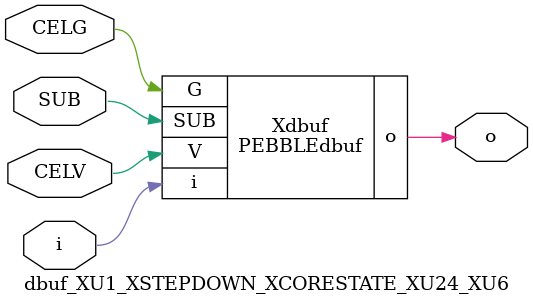
<source format=v>



module PEBBLEdbuf ( o, G, SUB, V, i );

  input V;
  input i;
  input G;
  output o;
  input SUB;
endmodule

//Celera Confidential Do Not Copy dbuf_XU1_XSTEPDOWN_XCORESTATE_XU24_XU6
//Celera Confidential Symbol Generator
//Digital Buffer
module dbuf_XU1_XSTEPDOWN_XCORESTATE_XU24_XU6 (CELV,CELG,i,o,SUB);
input CELV;
input CELG;
input i;
input SUB;
output o;

//Celera Confidential Do Not Copy dbuf
PEBBLEdbuf Xdbuf(
.V (CELV),
.i (i),
.o (o),
.SUB (SUB),
.G (CELG)
);
//,diesize,PEBBLEdbuf

//Celera Confidential Do Not Copy Module End
//Celera Schematic Generator
endmodule

</source>
